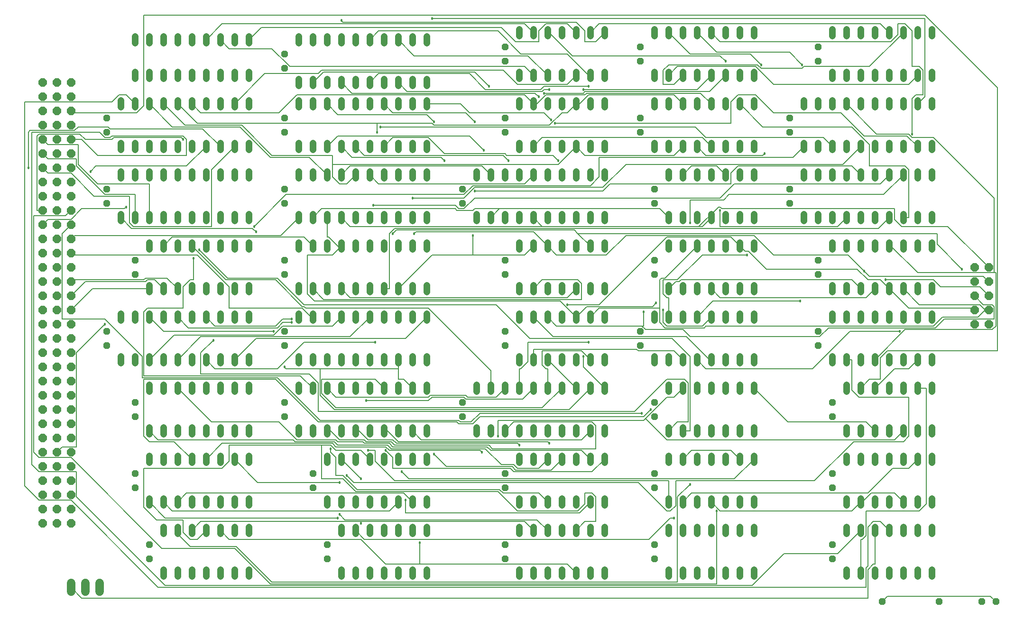
<source format=gbr>
G04 EAGLE Gerber RS-274X export*
G75*
%MOMM*%
%FSLAX34Y34*%
%LPD*%
%INBottom Copper*%
%IPPOS*%
%AMOC8*
5,1,8,0,0,1.08239X$1,22.5*%
G01*
%ADD10C,1.219200*%
%ADD11P,1.319650X8X112.500000*%
%ADD12P,1.649562X8X292.500000*%
%ADD13P,1.649562X8X202.500000*%
%ADD14P,1.319650X8X202.500000*%
%ADD15P,1.319650X8X22.500000*%
%ADD16C,1.524000*%
%ADD17C,0.127000*%
%ADD18C,0.457200*%


D10*
X1168400Y717804D02*
X1168400Y729996D01*
X1193800Y729996D02*
X1193800Y717804D01*
X1320800Y717804D02*
X1320800Y729996D01*
X1320800Y794004D02*
X1320800Y806196D01*
X1219200Y729996D02*
X1219200Y717804D01*
X1244600Y717804D02*
X1244600Y729996D01*
X1295400Y729996D02*
X1295400Y717804D01*
X1270000Y717804D02*
X1270000Y729996D01*
X1295400Y794004D02*
X1295400Y806196D01*
X1270000Y806196D02*
X1270000Y794004D01*
X1244600Y794004D02*
X1244600Y806196D01*
X1219200Y806196D02*
X1219200Y794004D01*
X1193800Y794004D02*
X1193800Y806196D01*
X1168400Y806196D02*
X1168400Y794004D01*
X1168400Y602996D02*
X1168400Y590804D01*
X1193800Y590804D02*
X1193800Y602996D01*
X1320800Y602996D02*
X1320800Y590804D01*
X1320800Y667004D02*
X1320800Y679196D01*
X1219200Y602996D02*
X1219200Y590804D01*
X1244600Y590804D02*
X1244600Y602996D01*
X1295400Y602996D02*
X1295400Y590804D01*
X1270000Y590804D02*
X1270000Y602996D01*
X1295400Y667004D02*
X1295400Y679196D01*
X1270000Y679196D02*
X1270000Y667004D01*
X1244600Y667004D02*
X1244600Y679196D01*
X1219200Y679196D02*
X1219200Y667004D01*
X1193800Y667004D02*
X1193800Y679196D01*
X1168400Y679196D02*
X1168400Y667004D01*
X1409700Y717804D02*
X1409700Y729996D01*
X1435100Y729996D02*
X1435100Y717804D01*
X1562100Y717804D02*
X1562100Y729996D01*
X1587500Y729996D02*
X1587500Y717804D01*
X1460500Y717804D02*
X1460500Y729996D01*
X1485900Y729996D02*
X1485900Y717804D01*
X1536700Y717804D02*
X1536700Y729996D01*
X1511300Y729996D02*
X1511300Y717804D01*
X1612900Y717804D02*
X1612900Y729996D01*
X1638300Y729996D02*
X1638300Y717804D01*
X1638300Y794004D02*
X1638300Y806196D01*
X1612900Y806196D02*
X1612900Y794004D01*
X1587500Y794004D02*
X1587500Y806196D01*
X1562100Y806196D02*
X1562100Y794004D01*
X1536700Y794004D02*
X1536700Y806196D01*
X1511300Y806196D02*
X1511300Y794004D01*
X1485900Y794004D02*
X1485900Y806196D01*
X1460500Y806196D02*
X1460500Y794004D01*
X1435100Y794004D02*
X1435100Y806196D01*
X1409700Y806196D02*
X1409700Y794004D01*
X241300Y602996D02*
X241300Y590804D01*
X266700Y590804D02*
X266700Y602996D01*
X393700Y602996D02*
X393700Y590804D01*
X419100Y590804D02*
X419100Y602996D01*
X292100Y602996D02*
X292100Y590804D01*
X317500Y590804D02*
X317500Y602996D01*
X368300Y602996D02*
X368300Y590804D01*
X342900Y590804D02*
X342900Y602996D01*
X419100Y667004D02*
X419100Y679196D01*
X393700Y679196D02*
X393700Y667004D01*
X368300Y667004D02*
X368300Y679196D01*
X342900Y679196D02*
X342900Y667004D01*
X317500Y667004D02*
X317500Y679196D01*
X292100Y679196D02*
X292100Y667004D01*
X266700Y667004D02*
X266700Y679196D01*
X241300Y679196D02*
X241300Y667004D01*
X266700Y94996D02*
X266700Y82804D01*
X292100Y82804D02*
X292100Y94996D01*
X419100Y94996D02*
X419100Y82804D01*
X419100Y159004D02*
X419100Y171196D01*
X317500Y94996D02*
X317500Y82804D01*
X342900Y82804D02*
X342900Y94996D01*
X393700Y94996D02*
X393700Y82804D01*
X368300Y82804D02*
X368300Y94996D01*
X393700Y159004D02*
X393700Y171196D01*
X368300Y171196D02*
X368300Y159004D01*
X342900Y159004D02*
X342900Y171196D01*
X317500Y171196D02*
X317500Y159004D01*
X292100Y159004D02*
X292100Y171196D01*
X266700Y171196D02*
X266700Y159004D01*
X190500Y463804D02*
X190500Y475996D01*
X215900Y475996D02*
X215900Y463804D01*
X342900Y463804D02*
X342900Y475996D01*
X368300Y475996D02*
X368300Y463804D01*
X241300Y463804D02*
X241300Y475996D01*
X266700Y475996D02*
X266700Y463804D01*
X317500Y463804D02*
X317500Y475996D01*
X292100Y475996D02*
X292100Y463804D01*
X393700Y463804D02*
X393700Y475996D01*
X419100Y475996D02*
X419100Y463804D01*
X419100Y540004D02*
X419100Y552196D01*
X393700Y552196D02*
X393700Y540004D01*
X368300Y540004D02*
X368300Y552196D01*
X342900Y552196D02*
X342900Y540004D01*
X317500Y540004D02*
X317500Y552196D01*
X292100Y552196D02*
X292100Y540004D01*
X266700Y540004D02*
X266700Y552196D01*
X241300Y552196D02*
X241300Y540004D01*
X215900Y540004D02*
X215900Y552196D01*
X190500Y552196D02*
X190500Y540004D01*
X508000Y475996D02*
X508000Y463804D01*
X533400Y463804D02*
X533400Y475996D01*
X660400Y475996D02*
X660400Y463804D01*
X685800Y463804D02*
X685800Y475996D01*
X558800Y475996D02*
X558800Y463804D01*
X584200Y463804D02*
X584200Y475996D01*
X635000Y475996D02*
X635000Y463804D01*
X609600Y463804D02*
X609600Y475996D01*
X711200Y475996D02*
X711200Y463804D01*
X736600Y463804D02*
X736600Y475996D01*
X736600Y540004D02*
X736600Y552196D01*
X711200Y552196D02*
X711200Y540004D01*
X685800Y540004D02*
X685800Y552196D01*
X660400Y552196D02*
X660400Y540004D01*
X635000Y540004D02*
X635000Y552196D01*
X609600Y552196D02*
X609600Y540004D01*
X584200Y540004D02*
X584200Y552196D01*
X558800Y552196D02*
X558800Y540004D01*
X533400Y540004D02*
X533400Y552196D01*
X508000Y552196D02*
X508000Y540004D01*
X508000Y844804D02*
X508000Y856996D01*
X533400Y856996D02*
X533400Y844804D01*
X660400Y844804D02*
X660400Y856996D01*
X685800Y856996D02*
X685800Y844804D01*
X558800Y844804D02*
X558800Y856996D01*
X584200Y856996D02*
X584200Y844804D01*
X635000Y844804D02*
X635000Y856996D01*
X609600Y856996D02*
X609600Y844804D01*
X711200Y844804D02*
X711200Y856996D01*
X736600Y856996D02*
X736600Y844804D01*
X736600Y921004D02*
X736600Y933196D01*
X711200Y933196D02*
X711200Y921004D01*
X685800Y921004D02*
X685800Y933196D01*
X660400Y933196D02*
X660400Y921004D01*
X635000Y921004D02*
X635000Y933196D01*
X609600Y933196D02*
X609600Y921004D01*
X584200Y921004D02*
X584200Y933196D01*
X558800Y933196D02*
X558800Y921004D01*
X533400Y921004D02*
X533400Y933196D01*
X508000Y933196D02*
X508000Y921004D01*
X825500Y729996D02*
X825500Y717804D01*
X850900Y717804D02*
X850900Y729996D01*
X977900Y729996D02*
X977900Y717804D01*
X1003300Y717804D02*
X1003300Y729996D01*
X876300Y729996D02*
X876300Y717804D01*
X901700Y717804D02*
X901700Y729996D01*
X952500Y729996D02*
X952500Y717804D01*
X927100Y717804D02*
X927100Y729996D01*
X1028700Y729996D02*
X1028700Y717804D01*
X1054100Y717804D02*
X1054100Y729996D01*
X1054100Y794004D02*
X1054100Y806196D01*
X1028700Y806196D02*
X1028700Y794004D01*
X1003300Y794004D02*
X1003300Y806196D01*
X977900Y806196D02*
X977900Y794004D01*
X952500Y794004D02*
X952500Y806196D01*
X927100Y806196D02*
X927100Y794004D01*
X901700Y794004D02*
X901700Y806196D01*
X876300Y806196D02*
X876300Y794004D01*
X850900Y794004D02*
X850900Y806196D01*
X825500Y806196D02*
X825500Y794004D01*
X508000Y602996D02*
X508000Y590804D01*
X533400Y590804D02*
X533400Y602996D01*
X660400Y602996D02*
X660400Y590804D01*
X685800Y590804D02*
X685800Y602996D01*
X558800Y602996D02*
X558800Y590804D01*
X584200Y590804D02*
X584200Y602996D01*
X635000Y602996D02*
X635000Y590804D01*
X609600Y590804D02*
X609600Y602996D01*
X711200Y602996D02*
X711200Y590804D01*
X736600Y590804D02*
X736600Y602996D01*
X736600Y667004D02*
X736600Y679196D01*
X711200Y679196D02*
X711200Y667004D01*
X685800Y667004D02*
X685800Y679196D01*
X660400Y679196D02*
X660400Y667004D01*
X635000Y667004D02*
X635000Y679196D01*
X609600Y679196D02*
X609600Y667004D01*
X584200Y667004D02*
X584200Y679196D01*
X558800Y679196D02*
X558800Y667004D01*
X533400Y667004D02*
X533400Y679196D01*
X508000Y679196D02*
X508000Y667004D01*
X508000Y717804D02*
X508000Y729996D01*
X533400Y729996D02*
X533400Y717804D01*
X660400Y717804D02*
X660400Y729996D01*
X685800Y729996D02*
X685800Y717804D01*
X558800Y717804D02*
X558800Y729996D01*
X584200Y729996D02*
X584200Y717804D01*
X635000Y717804D02*
X635000Y729996D01*
X609600Y729996D02*
X609600Y717804D01*
X711200Y717804D02*
X711200Y729996D01*
X736600Y729996D02*
X736600Y717804D01*
X736600Y794004D02*
X736600Y806196D01*
X711200Y806196D02*
X711200Y794004D01*
X685800Y794004D02*
X685800Y806196D01*
X660400Y806196D02*
X660400Y794004D01*
X635000Y794004D02*
X635000Y806196D01*
X609600Y806196D02*
X609600Y794004D01*
X584200Y794004D02*
X584200Y806196D01*
X558800Y806196D02*
X558800Y794004D01*
X533400Y794004D02*
X533400Y806196D01*
X508000Y806196D02*
X508000Y794004D01*
X241300Y348996D02*
X241300Y336804D01*
X266700Y336804D02*
X266700Y348996D01*
X393700Y348996D02*
X393700Y336804D01*
X419100Y336804D02*
X419100Y348996D01*
X292100Y348996D02*
X292100Y336804D01*
X317500Y336804D02*
X317500Y348996D01*
X368300Y348996D02*
X368300Y336804D01*
X342900Y336804D02*
X342900Y348996D01*
X419100Y413004D02*
X419100Y425196D01*
X393700Y425196D02*
X393700Y413004D01*
X368300Y413004D02*
X368300Y425196D01*
X342900Y425196D02*
X342900Y413004D01*
X317500Y413004D02*
X317500Y425196D01*
X292100Y425196D02*
X292100Y413004D01*
X266700Y413004D02*
X266700Y425196D01*
X241300Y425196D02*
X241300Y413004D01*
X558800Y221996D02*
X558800Y209804D01*
X584200Y209804D02*
X584200Y221996D01*
X711200Y221996D02*
X711200Y209804D01*
X736600Y209804D02*
X736600Y221996D01*
X609600Y221996D02*
X609600Y209804D01*
X635000Y209804D02*
X635000Y221996D01*
X685800Y221996D02*
X685800Y209804D01*
X660400Y209804D02*
X660400Y221996D01*
X736600Y286004D02*
X736600Y298196D01*
X711200Y298196D02*
X711200Y286004D01*
X685800Y286004D02*
X685800Y298196D01*
X660400Y298196D02*
X660400Y286004D01*
X635000Y286004D02*
X635000Y298196D01*
X609600Y298196D02*
X609600Y286004D01*
X584200Y286004D02*
X584200Y298196D01*
X558800Y298196D02*
X558800Y286004D01*
X1168400Y221996D02*
X1168400Y209804D01*
X1193800Y209804D02*
X1193800Y221996D01*
X1320800Y221996D02*
X1320800Y209804D01*
X1320800Y286004D02*
X1320800Y298196D01*
X1219200Y221996D02*
X1219200Y209804D01*
X1244600Y209804D02*
X1244600Y221996D01*
X1295400Y221996D02*
X1295400Y209804D01*
X1270000Y209804D02*
X1270000Y221996D01*
X1295400Y286004D02*
X1295400Y298196D01*
X1270000Y298196D02*
X1270000Y286004D01*
X1244600Y286004D02*
X1244600Y298196D01*
X1219200Y298196D02*
X1219200Y286004D01*
X1193800Y286004D02*
X1193800Y298196D01*
X1168400Y298196D02*
X1168400Y286004D01*
X1485900Y94996D02*
X1485900Y82804D01*
X1511300Y82804D02*
X1511300Y94996D01*
X1638300Y94996D02*
X1638300Y82804D01*
X1638300Y159004D02*
X1638300Y171196D01*
X1536700Y94996D02*
X1536700Y82804D01*
X1562100Y82804D02*
X1562100Y94996D01*
X1612900Y94996D02*
X1612900Y82804D01*
X1587500Y82804D02*
X1587500Y94996D01*
X1612900Y159004D02*
X1612900Y171196D01*
X1587500Y171196D02*
X1587500Y159004D01*
X1562100Y159004D02*
X1562100Y171196D01*
X1536700Y171196D02*
X1536700Y159004D01*
X1511300Y159004D02*
X1511300Y171196D01*
X1485900Y171196D02*
X1485900Y159004D01*
X241300Y209804D02*
X241300Y221996D01*
X266700Y221996D02*
X266700Y209804D01*
X393700Y209804D02*
X393700Y221996D01*
X419100Y221996D02*
X419100Y209804D01*
X292100Y209804D02*
X292100Y221996D01*
X317500Y221996D02*
X317500Y209804D01*
X368300Y209804D02*
X368300Y221996D01*
X342900Y221996D02*
X342900Y209804D01*
X419100Y286004D02*
X419100Y298196D01*
X393700Y298196D02*
X393700Y286004D01*
X368300Y286004D02*
X368300Y298196D01*
X342900Y298196D02*
X342900Y286004D01*
X317500Y286004D02*
X317500Y298196D01*
X292100Y298196D02*
X292100Y286004D01*
X266700Y286004D02*
X266700Y298196D01*
X241300Y298196D02*
X241300Y286004D01*
X584200Y94996D02*
X584200Y82804D01*
X609600Y82804D02*
X609600Y94996D01*
X736600Y94996D02*
X736600Y82804D01*
X736600Y159004D02*
X736600Y171196D01*
X635000Y94996D02*
X635000Y82804D01*
X660400Y82804D02*
X660400Y94996D01*
X711200Y94996D02*
X711200Y82804D01*
X685800Y82804D02*
X685800Y94996D01*
X711200Y159004D02*
X711200Y171196D01*
X685800Y171196D02*
X685800Y159004D01*
X660400Y159004D02*
X660400Y171196D01*
X635000Y171196D02*
X635000Y159004D01*
X609600Y159004D02*
X609600Y171196D01*
X584200Y171196D02*
X584200Y159004D01*
X215900Y971804D02*
X215900Y983996D01*
X241300Y983996D02*
X241300Y971804D01*
X266700Y971804D02*
X266700Y983996D01*
X292100Y983996D02*
X292100Y971804D01*
X317500Y971804D02*
X317500Y983996D01*
X342900Y983996D02*
X342900Y971804D01*
X368300Y971804D02*
X368300Y983996D01*
X393700Y983996D02*
X393700Y971804D01*
X419100Y971804D02*
X419100Y983996D01*
X215900Y1035304D02*
X215900Y1047496D01*
X241300Y1047496D02*
X241300Y1035304D01*
X266700Y1035304D02*
X266700Y1047496D01*
X292100Y1047496D02*
X292100Y1035304D01*
X317500Y1035304D02*
X317500Y1047496D01*
X342900Y1047496D02*
X342900Y1035304D01*
X368300Y1035304D02*
X368300Y1047496D01*
X393700Y1047496D02*
X393700Y1035304D01*
X419100Y1035304D02*
X419100Y1047496D01*
X190500Y856996D02*
X190500Y844804D01*
X215900Y844804D02*
X215900Y856996D01*
X342900Y856996D02*
X342900Y844804D01*
X368300Y844804D02*
X368300Y856996D01*
X241300Y856996D02*
X241300Y844804D01*
X266700Y844804D02*
X266700Y856996D01*
X317500Y856996D02*
X317500Y844804D01*
X292100Y844804D02*
X292100Y856996D01*
X393700Y856996D02*
X393700Y844804D01*
X419100Y844804D02*
X419100Y856996D01*
X419100Y921004D02*
X419100Y933196D01*
X393700Y933196D02*
X393700Y921004D01*
X368300Y921004D02*
X368300Y933196D01*
X342900Y933196D02*
X342900Y921004D01*
X317500Y921004D02*
X317500Y933196D01*
X292100Y933196D02*
X292100Y921004D01*
X266700Y921004D02*
X266700Y933196D01*
X241300Y933196D02*
X241300Y921004D01*
X215900Y921004D02*
X215900Y933196D01*
X190500Y933196D02*
X190500Y921004D01*
X190500Y729996D02*
X190500Y717804D01*
X215900Y717804D02*
X215900Y729996D01*
X342900Y729996D02*
X342900Y717804D01*
X368300Y717804D02*
X368300Y729996D01*
X241300Y729996D02*
X241300Y717804D01*
X266700Y717804D02*
X266700Y729996D01*
X317500Y729996D02*
X317500Y717804D01*
X292100Y717804D02*
X292100Y729996D01*
X393700Y729996D02*
X393700Y717804D01*
X419100Y717804D02*
X419100Y729996D01*
X419100Y794004D02*
X419100Y806196D01*
X393700Y806196D02*
X393700Y794004D01*
X368300Y794004D02*
X368300Y806196D01*
X342900Y806196D02*
X342900Y794004D01*
X317500Y794004D02*
X317500Y806196D01*
X292100Y806196D02*
X292100Y794004D01*
X266700Y794004D02*
X266700Y806196D01*
X241300Y806196D02*
X241300Y794004D01*
X215900Y794004D02*
X215900Y806196D01*
X190500Y806196D02*
X190500Y794004D01*
X1143000Y844804D02*
X1143000Y856996D01*
X1168400Y856996D02*
X1168400Y844804D01*
X1295400Y844804D02*
X1295400Y856996D01*
X1320800Y856996D02*
X1320800Y844804D01*
X1193800Y844804D02*
X1193800Y856996D01*
X1219200Y856996D02*
X1219200Y844804D01*
X1270000Y844804D02*
X1270000Y856996D01*
X1244600Y856996D02*
X1244600Y844804D01*
X1320800Y921004D02*
X1320800Y933196D01*
X1295400Y933196D02*
X1295400Y921004D01*
X1270000Y921004D02*
X1270000Y933196D01*
X1244600Y933196D02*
X1244600Y921004D01*
X1219200Y921004D02*
X1219200Y933196D01*
X1193800Y933196D02*
X1193800Y921004D01*
X1168400Y921004D02*
X1168400Y933196D01*
X1143000Y933196D02*
X1143000Y921004D01*
X1143000Y475996D02*
X1143000Y463804D01*
X1168400Y463804D02*
X1168400Y475996D01*
X1295400Y475996D02*
X1295400Y463804D01*
X1320800Y463804D02*
X1320800Y475996D01*
X1193800Y475996D02*
X1193800Y463804D01*
X1219200Y463804D02*
X1219200Y475996D01*
X1270000Y475996D02*
X1270000Y463804D01*
X1244600Y463804D02*
X1244600Y475996D01*
X1320800Y540004D02*
X1320800Y552196D01*
X1295400Y552196D02*
X1295400Y540004D01*
X1270000Y540004D02*
X1270000Y552196D01*
X1244600Y552196D02*
X1244600Y540004D01*
X1219200Y540004D02*
X1219200Y552196D01*
X1193800Y552196D02*
X1193800Y540004D01*
X1168400Y540004D02*
X1168400Y552196D01*
X1143000Y552196D02*
X1143000Y540004D01*
X1143000Y971804D02*
X1143000Y983996D01*
X1168400Y983996D02*
X1168400Y971804D01*
X1295400Y971804D02*
X1295400Y983996D01*
X1320800Y983996D02*
X1320800Y971804D01*
X1193800Y971804D02*
X1193800Y983996D01*
X1219200Y983996D02*
X1219200Y971804D01*
X1270000Y971804D02*
X1270000Y983996D01*
X1244600Y983996D02*
X1244600Y971804D01*
X1320800Y1048004D02*
X1320800Y1060196D01*
X1295400Y1060196D02*
X1295400Y1048004D01*
X1270000Y1048004D02*
X1270000Y1060196D01*
X1244600Y1060196D02*
X1244600Y1048004D01*
X1219200Y1048004D02*
X1219200Y1060196D01*
X1193800Y1060196D02*
X1193800Y1048004D01*
X1168400Y1048004D02*
X1168400Y1060196D01*
X1143000Y1060196D02*
X1143000Y1048004D01*
X1460500Y602996D02*
X1460500Y590804D01*
X1485900Y590804D02*
X1485900Y602996D01*
X1612900Y602996D02*
X1612900Y590804D01*
X1638300Y590804D02*
X1638300Y602996D01*
X1511300Y602996D02*
X1511300Y590804D01*
X1536700Y590804D02*
X1536700Y602996D01*
X1587500Y602996D02*
X1587500Y590804D01*
X1562100Y590804D02*
X1562100Y602996D01*
X1638300Y667004D02*
X1638300Y679196D01*
X1612900Y679196D02*
X1612900Y667004D01*
X1587500Y667004D02*
X1587500Y679196D01*
X1562100Y679196D02*
X1562100Y667004D01*
X1536700Y667004D02*
X1536700Y679196D01*
X1511300Y679196D02*
X1511300Y667004D01*
X1485900Y667004D02*
X1485900Y679196D01*
X1460500Y679196D02*
X1460500Y667004D01*
X1409700Y844804D02*
X1409700Y856996D01*
X1435100Y856996D02*
X1435100Y844804D01*
X1562100Y844804D02*
X1562100Y856996D01*
X1587500Y856996D02*
X1587500Y844804D01*
X1460500Y844804D02*
X1460500Y856996D01*
X1485900Y856996D02*
X1485900Y844804D01*
X1536700Y844804D02*
X1536700Y856996D01*
X1511300Y856996D02*
X1511300Y844804D01*
X1612900Y844804D02*
X1612900Y856996D01*
X1638300Y856996D02*
X1638300Y844804D01*
X1638300Y921004D02*
X1638300Y933196D01*
X1612900Y933196D02*
X1612900Y921004D01*
X1587500Y921004D02*
X1587500Y933196D01*
X1562100Y933196D02*
X1562100Y921004D01*
X1536700Y921004D02*
X1536700Y933196D01*
X1511300Y933196D02*
X1511300Y921004D01*
X1485900Y921004D02*
X1485900Y933196D01*
X1460500Y933196D02*
X1460500Y921004D01*
X1435100Y921004D02*
X1435100Y933196D01*
X1409700Y933196D02*
X1409700Y921004D01*
X1460500Y971804D02*
X1460500Y983996D01*
X1485900Y983996D02*
X1485900Y971804D01*
X1612900Y971804D02*
X1612900Y983996D01*
X1638300Y983996D02*
X1638300Y971804D01*
X1511300Y971804D02*
X1511300Y983996D01*
X1536700Y983996D02*
X1536700Y971804D01*
X1587500Y971804D02*
X1587500Y983996D01*
X1562100Y983996D02*
X1562100Y971804D01*
X1638300Y1048004D02*
X1638300Y1060196D01*
X1612900Y1060196D02*
X1612900Y1048004D01*
X1587500Y1048004D02*
X1587500Y1060196D01*
X1562100Y1060196D02*
X1562100Y1048004D01*
X1536700Y1048004D02*
X1536700Y1060196D01*
X1511300Y1060196D02*
X1511300Y1048004D01*
X1485900Y1048004D02*
X1485900Y1060196D01*
X1460500Y1060196D02*
X1460500Y1048004D01*
D11*
X876300Y495300D03*
X876300Y520700D03*
X1143000Y114300D03*
X1143000Y139700D03*
X215900Y622300D03*
X215900Y647700D03*
X1384300Y876300D03*
X1384300Y901700D03*
X1117600Y495300D03*
X1117600Y520700D03*
X1143000Y368300D03*
X1143000Y393700D03*
X241300Y114300D03*
X241300Y139700D03*
X482600Y495300D03*
X482600Y520700D03*
X215900Y241300D03*
X215900Y266700D03*
X1117600Y876300D03*
X1117600Y901700D03*
X800100Y749300D03*
X800100Y774700D03*
X1460500Y368300D03*
X1460500Y393700D03*
X1435100Y1003300D03*
X1435100Y1028700D03*
X1117600Y1003300D03*
X1117600Y1028700D03*
X1460500Y241300D03*
X1460500Y266700D03*
X482600Y368300D03*
X482600Y393700D03*
X215900Y368300D03*
X215900Y393700D03*
X482600Y876300D03*
X482600Y901700D03*
X876300Y1003300D03*
X876300Y1028700D03*
X1143000Y241300D03*
X1143000Y266700D03*
X876300Y876300D03*
X876300Y901700D03*
X1460500Y114300D03*
X1460500Y139700D03*
X533400Y241300D03*
X533400Y266700D03*
X165100Y749300D03*
X165100Y774700D03*
X165100Y876300D03*
X165100Y901700D03*
X1384300Y749300D03*
X1384300Y774700D03*
X1435100Y622300D03*
X1435100Y647700D03*
X1143000Y749300D03*
X1143000Y774700D03*
X1143000Y622300D03*
X1143000Y647700D03*
X1435100Y495300D03*
X1435100Y520700D03*
X876300Y241300D03*
X876300Y266700D03*
X876300Y114300D03*
X876300Y139700D03*
X558800Y114300D03*
X558800Y139700D03*
X482600Y990600D03*
X482600Y1016000D03*
X876300Y622300D03*
X876300Y647700D03*
X165100Y495300D03*
X165100Y520700D03*
X800100Y368300D03*
X800100Y393700D03*
D10*
X901700Y221996D02*
X901700Y209804D01*
X927100Y209804D02*
X927100Y221996D01*
X1054100Y221996D02*
X1054100Y209804D01*
X1054100Y286004D02*
X1054100Y298196D01*
X952500Y221996D02*
X952500Y209804D01*
X977900Y209804D02*
X977900Y221996D01*
X1028700Y221996D02*
X1028700Y209804D01*
X1003300Y209804D02*
X1003300Y221996D01*
X1028700Y286004D02*
X1028700Y298196D01*
X1003300Y298196D02*
X1003300Y286004D01*
X977900Y286004D02*
X977900Y298196D01*
X952500Y298196D02*
X952500Y286004D01*
X927100Y286004D02*
X927100Y298196D01*
X901700Y298196D02*
X901700Y286004D01*
X901700Y94996D02*
X901700Y82804D01*
X927100Y82804D02*
X927100Y94996D01*
X1054100Y94996D02*
X1054100Y82804D01*
X1054100Y159004D02*
X1054100Y171196D01*
X952500Y94996D02*
X952500Y82804D01*
X977900Y82804D02*
X977900Y94996D01*
X1028700Y94996D02*
X1028700Y82804D01*
X1003300Y82804D02*
X1003300Y94996D01*
X1028700Y159004D02*
X1028700Y171196D01*
X1003300Y171196D02*
X1003300Y159004D01*
X977900Y159004D02*
X977900Y171196D01*
X952500Y171196D02*
X952500Y159004D01*
X927100Y159004D02*
X927100Y171196D01*
X901700Y171196D02*
X901700Y159004D01*
X901700Y844804D02*
X901700Y856996D01*
X927100Y856996D02*
X927100Y844804D01*
X1054100Y844804D02*
X1054100Y856996D01*
X1054100Y921004D02*
X1054100Y933196D01*
X952500Y856996D02*
X952500Y844804D01*
X977900Y844804D02*
X977900Y856996D01*
X1028700Y856996D02*
X1028700Y844804D01*
X1003300Y844804D02*
X1003300Y856996D01*
X1028700Y921004D02*
X1028700Y933196D01*
X1003300Y933196D02*
X1003300Y921004D01*
X977900Y921004D02*
X977900Y933196D01*
X952500Y933196D02*
X952500Y921004D01*
X927100Y921004D02*
X927100Y933196D01*
X901700Y933196D02*
X901700Y921004D01*
X508000Y348996D02*
X508000Y336804D01*
X533400Y336804D02*
X533400Y348996D01*
X660400Y348996D02*
X660400Y336804D01*
X685800Y336804D02*
X685800Y348996D01*
X558800Y348996D02*
X558800Y336804D01*
X584200Y336804D02*
X584200Y348996D01*
X635000Y348996D02*
X635000Y336804D01*
X609600Y336804D02*
X609600Y348996D01*
X711200Y348996D02*
X711200Y336804D01*
X736600Y336804D02*
X736600Y348996D01*
X736600Y413004D02*
X736600Y425196D01*
X711200Y425196D02*
X711200Y413004D01*
X685800Y413004D02*
X685800Y425196D01*
X660400Y425196D02*
X660400Y413004D01*
X635000Y413004D02*
X635000Y425196D01*
X609600Y425196D02*
X609600Y413004D01*
X584200Y413004D02*
X584200Y425196D01*
X558800Y425196D02*
X558800Y413004D01*
X533400Y413004D02*
X533400Y425196D01*
X508000Y425196D02*
X508000Y413004D01*
X825500Y348996D02*
X825500Y336804D01*
X850900Y336804D02*
X850900Y348996D01*
X977900Y348996D02*
X977900Y336804D01*
X1003300Y336804D02*
X1003300Y348996D01*
X876300Y348996D02*
X876300Y336804D01*
X901700Y336804D02*
X901700Y348996D01*
X952500Y348996D02*
X952500Y336804D01*
X927100Y336804D02*
X927100Y348996D01*
X1028700Y348996D02*
X1028700Y336804D01*
X1054100Y336804D02*
X1054100Y348996D01*
X1054100Y413004D02*
X1054100Y425196D01*
X1028700Y425196D02*
X1028700Y413004D01*
X1003300Y413004D02*
X1003300Y425196D01*
X977900Y425196D02*
X977900Y413004D01*
X952500Y413004D02*
X952500Y425196D01*
X927100Y425196D02*
X927100Y413004D01*
X901700Y413004D02*
X901700Y425196D01*
X876300Y425196D02*
X876300Y413004D01*
X850900Y413004D02*
X850900Y425196D01*
X825500Y425196D02*
X825500Y413004D01*
X508000Y959104D02*
X508000Y971296D01*
X533400Y971296D02*
X533400Y959104D01*
X660400Y959104D02*
X660400Y971296D01*
X685800Y971296D02*
X685800Y959104D01*
X558800Y959104D02*
X558800Y971296D01*
X584200Y971296D02*
X584200Y959104D01*
X635000Y959104D02*
X635000Y971296D01*
X609600Y971296D02*
X609600Y959104D01*
X711200Y959104D02*
X711200Y971296D01*
X736600Y971296D02*
X736600Y959104D01*
X736600Y1035304D02*
X736600Y1047496D01*
X711200Y1047496D02*
X711200Y1035304D01*
X685800Y1035304D02*
X685800Y1047496D01*
X660400Y1047496D02*
X660400Y1035304D01*
X635000Y1035304D02*
X635000Y1047496D01*
X609600Y1047496D02*
X609600Y1035304D01*
X584200Y1035304D02*
X584200Y1047496D01*
X558800Y1047496D02*
X558800Y1035304D01*
X533400Y1035304D02*
X533400Y1047496D01*
X508000Y1047496D02*
X508000Y1035304D01*
X901700Y602996D02*
X901700Y590804D01*
X927100Y590804D02*
X927100Y602996D01*
X1054100Y602996D02*
X1054100Y590804D01*
X1054100Y667004D02*
X1054100Y679196D01*
X952500Y602996D02*
X952500Y590804D01*
X977900Y590804D02*
X977900Y602996D01*
X1028700Y602996D02*
X1028700Y590804D01*
X1003300Y590804D02*
X1003300Y602996D01*
X1028700Y667004D02*
X1028700Y679196D01*
X1003300Y679196D02*
X1003300Y667004D01*
X977900Y667004D02*
X977900Y679196D01*
X952500Y679196D02*
X952500Y667004D01*
X927100Y667004D02*
X927100Y679196D01*
X901700Y679196D02*
X901700Y667004D01*
X901700Y475996D02*
X901700Y463804D01*
X927100Y463804D02*
X927100Y475996D01*
X1054100Y475996D02*
X1054100Y463804D01*
X1054100Y540004D02*
X1054100Y552196D01*
X952500Y475996D02*
X952500Y463804D01*
X977900Y463804D02*
X977900Y475996D01*
X1028700Y475996D02*
X1028700Y463804D01*
X1003300Y463804D02*
X1003300Y475996D01*
X1028700Y540004D02*
X1028700Y552196D01*
X1003300Y552196D02*
X1003300Y540004D01*
X977900Y540004D02*
X977900Y552196D01*
X952500Y552196D02*
X952500Y540004D01*
X927100Y540004D02*
X927100Y552196D01*
X901700Y552196D02*
X901700Y540004D01*
X901700Y971804D02*
X901700Y983996D01*
X927100Y983996D02*
X927100Y971804D01*
X1054100Y971804D02*
X1054100Y983996D01*
X1054100Y1048004D02*
X1054100Y1060196D01*
X952500Y983996D02*
X952500Y971804D01*
X977900Y971804D02*
X977900Y983996D01*
X1028700Y983996D02*
X1028700Y971804D01*
X1003300Y971804D02*
X1003300Y983996D01*
X1028700Y1048004D02*
X1028700Y1060196D01*
X1003300Y1060196D02*
X1003300Y1048004D01*
X977900Y1048004D02*
X977900Y1060196D01*
X952500Y1060196D02*
X952500Y1048004D01*
X927100Y1048004D02*
X927100Y1060196D01*
X901700Y1060196D02*
X901700Y1048004D01*
X1485900Y221996D02*
X1485900Y209804D01*
X1511300Y209804D02*
X1511300Y221996D01*
X1638300Y221996D02*
X1638300Y209804D01*
X1638300Y286004D02*
X1638300Y298196D01*
X1536700Y221996D02*
X1536700Y209804D01*
X1562100Y209804D02*
X1562100Y221996D01*
X1612900Y221996D02*
X1612900Y209804D01*
X1587500Y209804D02*
X1587500Y221996D01*
X1612900Y286004D02*
X1612900Y298196D01*
X1587500Y298196D02*
X1587500Y286004D01*
X1562100Y286004D02*
X1562100Y298196D01*
X1536700Y298196D02*
X1536700Y286004D01*
X1511300Y286004D02*
X1511300Y298196D01*
X1485900Y298196D02*
X1485900Y286004D01*
X1485900Y336804D02*
X1485900Y348996D01*
X1511300Y348996D02*
X1511300Y336804D01*
X1638300Y336804D02*
X1638300Y348996D01*
X1638300Y413004D02*
X1638300Y425196D01*
X1536700Y348996D02*
X1536700Y336804D01*
X1562100Y336804D02*
X1562100Y348996D01*
X1612900Y348996D02*
X1612900Y336804D01*
X1587500Y336804D02*
X1587500Y348996D01*
X1612900Y413004D02*
X1612900Y425196D01*
X1587500Y425196D02*
X1587500Y413004D01*
X1562100Y413004D02*
X1562100Y425196D01*
X1536700Y425196D02*
X1536700Y413004D01*
X1511300Y413004D02*
X1511300Y425196D01*
X1485900Y425196D02*
X1485900Y413004D01*
X1168400Y348996D02*
X1168400Y336804D01*
X1193800Y336804D02*
X1193800Y348996D01*
X1320800Y348996D02*
X1320800Y336804D01*
X1320800Y413004D02*
X1320800Y425196D01*
X1219200Y348996D02*
X1219200Y336804D01*
X1244600Y336804D02*
X1244600Y348996D01*
X1295400Y348996D02*
X1295400Y336804D01*
X1270000Y336804D02*
X1270000Y348996D01*
X1295400Y413004D02*
X1295400Y425196D01*
X1270000Y425196D02*
X1270000Y413004D01*
X1244600Y413004D02*
X1244600Y425196D01*
X1219200Y425196D02*
X1219200Y413004D01*
X1193800Y413004D02*
X1193800Y425196D01*
X1168400Y425196D02*
X1168400Y413004D01*
X1168400Y94996D02*
X1168400Y82804D01*
X1193800Y82804D02*
X1193800Y94996D01*
X1320800Y94996D02*
X1320800Y82804D01*
X1320800Y159004D02*
X1320800Y171196D01*
X1219200Y94996D02*
X1219200Y82804D01*
X1244600Y82804D02*
X1244600Y94996D01*
X1295400Y94996D02*
X1295400Y82804D01*
X1270000Y82804D02*
X1270000Y94996D01*
X1295400Y159004D02*
X1295400Y171196D01*
X1270000Y171196D02*
X1270000Y159004D01*
X1244600Y159004D02*
X1244600Y171196D01*
X1219200Y171196D02*
X1219200Y159004D01*
X1193800Y159004D02*
X1193800Y171196D01*
X1168400Y171196D02*
X1168400Y159004D01*
X1460500Y463804D02*
X1460500Y475996D01*
X1485900Y475996D02*
X1485900Y463804D01*
X1612900Y463804D02*
X1612900Y475996D01*
X1638300Y475996D02*
X1638300Y463804D01*
X1511300Y463804D02*
X1511300Y475996D01*
X1536700Y475996D02*
X1536700Y463804D01*
X1587500Y463804D02*
X1587500Y475996D01*
X1562100Y475996D02*
X1562100Y463804D01*
X1638300Y540004D02*
X1638300Y552196D01*
X1612900Y552196D02*
X1612900Y540004D01*
X1587500Y540004D02*
X1587500Y552196D01*
X1562100Y552196D02*
X1562100Y540004D01*
X1536700Y540004D02*
X1536700Y552196D01*
X1511300Y552196D02*
X1511300Y540004D01*
X1485900Y540004D02*
X1485900Y552196D01*
X1460500Y552196D02*
X1460500Y540004D01*
D11*
X482600Y749300D03*
X482600Y774700D03*
X482600Y622300D03*
X482600Y647700D03*
D12*
X1714500Y635000D03*
X1714500Y609600D03*
X1714500Y584200D03*
X1714500Y558800D03*
X1714500Y533400D03*
X1739900Y635000D03*
X1739900Y609600D03*
X1739900Y584200D03*
X1739900Y558800D03*
X1739900Y533400D03*
D13*
X50800Y177800D03*
X50800Y203200D03*
X50800Y228600D03*
X50800Y254000D03*
X50800Y279400D03*
X50800Y304800D03*
X50800Y330200D03*
X50800Y355600D03*
X50800Y381000D03*
X50800Y406400D03*
X50800Y431800D03*
X50800Y457200D03*
X50800Y482600D03*
X50800Y508000D03*
X50800Y533400D03*
X50800Y558800D03*
X76200Y177800D03*
X76200Y203200D03*
X76200Y228600D03*
X76200Y254000D03*
X76200Y279400D03*
X76200Y304800D03*
X76200Y330200D03*
X76200Y355600D03*
X76200Y381000D03*
X76200Y406400D03*
X76200Y431800D03*
X76200Y457200D03*
X76200Y482600D03*
X76200Y508000D03*
X76200Y533400D03*
X76200Y558800D03*
X101600Y177800D03*
X101600Y203200D03*
X101600Y228600D03*
X101600Y254000D03*
X101600Y279400D03*
X101600Y304800D03*
X101600Y330200D03*
X101600Y355600D03*
X101600Y381000D03*
X101600Y406400D03*
X101600Y431800D03*
X101600Y457200D03*
X101600Y482600D03*
X101600Y508000D03*
X101600Y533400D03*
X101600Y558800D03*
X50800Y584200D03*
X50800Y609600D03*
X50800Y635000D03*
X50800Y660400D03*
X50800Y685800D03*
X50800Y711200D03*
X50800Y736600D03*
X50800Y762000D03*
X50800Y787400D03*
X50800Y812800D03*
X50800Y838200D03*
X50800Y863600D03*
X50800Y889000D03*
X50800Y914400D03*
X50800Y939800D03*
X50800Y965200D03*
X76200Y584200D03*
X76200Y609600D03*
X76200Y635000D03*
X76200Y660400D03*
X76200Y685800D03*
X76200Y711200D03*
X76200Y736600D03*
X76200Y762000D03*
X76200Y787400D03*
X76200Y812800D03*
X76200Y838200D03*
X76200Y863600D03*
X76200Y889000D03*
X76200Y914400D03*
X76200Y939800D03*
X76200Y965200D03*
X101600Y584200D03*
X101600Y609600D03*
X101600Y635000D03*
X101600Y660400D03*
X101600Y685800D03*
X101600Y711200D03*
X101600Y736600D03*
X101600Y762000D03*
X101600Y787400D03*
X101600Y812800D03*
X101600Y838200D03*
X101600Y863600D03*
X101600Y889000D03*
X101600Y914400D03*
X101600Y939800D03*
X101600Y965200D03*
D14*
X1752600Y38100D03*
X1727200Y38100D03*
D15*
X1549400Y38100D03*
X1651000Y38100D03*
D16*
X101600Y55880D02*
X101600Y71120D01*
X127000Y71120D02*
X127000Y55880D01*
X152400Y55880D02*
X152400Y71120D01*
D17*
X266700Y520700D02*
X241300Y546100D01*
X266700Y520700D02*
X463550Y520700D01*
X860425Y403225D02*
X876300Y419100D01*
X860425Y403225D02*
X809625Y403225D01*
X806450Y406400D01*
X742950Y406400D01*
X739775Y403225D01*
X574675Y403225D01*
X558800Y419100D01*
D18*
X463550Y520700D03*
D17*
X311150Y527050D02*
X292100Y546100D01*
X311150Y527050D02*
X469900Y527050D01*
X479425Y536575D01*
X495300Y536575D01*
X908050Y400050D02*
X927100Y419100D01*
X908050Y400050D02*
X806450Y400050D01*
X803275Y403225D01*
X746125Y403225D01*
X739775Y396875D01*
X628650Y396875D01*
X1495425Y815975D02*
X1511300Y800100D01*
X1495425Y815975D02*
X1292225Y815975D01*
X1279525Y803275D01*
X1279525Y784225D01*
X1063625Y784225D01*
X1050925Y771525D01*
X822325Y771525D01*
X768350Y825500D02*
X762000Y831850D01*
X603250Y831850D01*
X584200Y850900D01*
D18*
X495300Y536575D03*
X628650Y396875D03*
X822325Y771525D03*
X768350Y825500D03*
D17*
X358775Y530225D02*
X342900Y546100D01*
X358775Y530225D02*
X466725Y530225D01*
X479425Y542925D01*
X495300Y542925D01*
X942975Y384175D02*
X977900Y419100D01*
X942975Y384175D02*
X574675Y384175D01*
X549275Y409575D01*
X549275Y434975D01*
X644525Y434975D01*
X660400Y419100D01*
X1546225Y784225D02*
X1562100Y800100D01*
X1546225Y784225D02*
X1285875Y784225D01*
X1260475Y758825D01*
X822325Y758825D01*
X803275Y739775D01*
X793750Y739775D01*
X787400Y746125D01*
X641350Y746125D01*
D18*
X495300Y542925D03*
X641350Y746125D03*
D17*
X685800Y454025D02*
X685800Y434975D01*
X685800Y454025D02*
X685800Y469900D01*
X685800Y434975D02*
X695325Y434975D01*
X711200Y419100D01*
X485775Y454025D02*
X482600Y457200D01*
X546100Y454025D02*
X685800Y454025D01*
X546100Y454025D02*
X485775Y454025D01*
X990600Y381000D02*
X1028700Y419100D01*
X990600Y381000D02*
X571500Y381000D01*
X546100Y406400D01*
X546100Y454025D01*
X1612900Y927100D02*
X1625600Y939800D01*
X1625600Y1079500D01*
X746125Y1079500D01*
D18*
X482600Y457200D03*
X746125Y1079500D03*
D17*
X1028700Y342900D02*
X1012825Y327025D01*
X727075Y327025D01*
X711200Y342900D01*
X431800Y508000D02*
X393700Y469900D01*
X431800Y508000D02*
X698500Y508000D01*
X736600Y546100D01*
X1593850Y869950D02*
X1612900Y850900D01*
X1593850Y869950D02*
X1517650Y869950D01*
X1476375Y911225D01*
X1355725Y911225D01*
X1323975Y942975D01*
X1292225Y942975D01*
X1279525Y930275D01*
X1279525Y892175D01*
X965200Y892175D01*
X958850Y898525D02*
X946150Y911225D01*
X812800Y911225D01*
X796925Y927100D01*
X736600Y927100D01*
D18*
X965200Y892175D03*
X958850Y898525D03*
D17*
X358775Y454025D02*
X342900Y469900D01*
X358775Y454025D02*
X469900Y454025D01*
X517525Y501650D01*
X644525Y501650D01*
X952500Y323850D02*
X955675Y320675D01*
X952500Y323850D02*
X685800Y323850D01*
X666750Y342900D01*
X660400Y342900D01*
X1543050Y704850D02*
X1562100Y723900D01*
X1543050Y704850D02*
X679450Y704850D01*
X669925Y695325D01*
X669925Y596900D01*
X660400Y596900D01*
D18*
X644525Y501650D03*
X955675Y320675D03*
D17*
X333375Y511175D02*
X292100Y469900D01*
X333375Y511175D02*
X600075Y511175D01*
X635000Y546100D01*
X898525Y320675D02*
X901700Y317500D01*
X898525Y320675D02*
X682625Y320675D01*
X676275Y327025D01*
X631825Y327025D01*
X615950Y342900D01*
X609600Y342900D01*
X1479550Y819150D02*
X1511300Y850900D01*
X1479550Y819150D02*
X1092200Y819150D01*
X1050925Y777875D01*
X822325Y777875D01*
X803275Y758825D01*
X711200Y758825D01*
D18*
X901700Y317500D03*
X711200Y758825D03*
D17*
X285750Y514350D02*
X241300Y469900D01*
X285750Y514350D02*
X463550Y514350D01*
X479425Y530225D01*
X568325Y530225D01*
X584200Y546100D01*
X876300Y342900D02*
X892175Y358775D01*
X1031875Y358775D01*
X1038225Y352425D01*
X1038225Y311150D01*
X854075Y311150D01*
X847725Y317500D01*
X679450Y317500D01*
X673100Y323850D01*
X628650Y323850D01*
X625475Y327025D01*
X581025Y327025D01*
X565150Y342900D01*
X558800Y342900D01*
X1444625Y866775D02*
X1460500Y850900D01*
X1444625Y866775D02*
X1235075Y866775D01*
X1216025Y885825D01*
X654050Y885825D01*
D18*
X654050Y885825D03*
D17*
X1152525Y739775D02*
X1168400Y723900D01*
X1152525Y739775D02*
X866775Y739775D01*
X850900Y723900D01*
X549275Y739775D02*
X533400Y723900D01*
X549275Y739775D02*
X787400Y739775D01*
X790575Y736600D01*
X819150Y736600D01*
X822325Y739775D01*
X866775Y739775D01*
X1527175Y993775D02*
X1587500Y1054100D01*
X1527175Y993775D02*
X1409700Y993775D01*
X1406525Y990600D01*
X1333500Y990600D01*
X1327150Y996950D01*
X1168400Y996950D01*
X1158875Y987425D01*
X1158875Y962025D01*
X1177925Y962025D01*
X1193800Y977900D01*
X927100Y723900D02*
X942975Y708025D01*
X1222375Y708025D02*
X1228725Y708025D01*
X1222375Y708025D02*
X942975Y708025D01*
X1228725Y708025D02*
X1244600Y723900D01*
X1666875Y708025D02*
X1739900Y635000D01*
X1666875Y708025D02*
X1584325Y708025D01*
X1571625Y720725D01*
X1571625Y739775D01*
X1263650Y739775D01*
X1260475Y742950D01*
X1257300Y742950D01*
X1222375Y708025D01*
X600075Y708025D02*
X584200Y723900D01*
X600075Y708025D02*
X942975Y708025D01*
X1517650Y628650D02*
X1527175Y619125D01*
X1730375Y619125D01*
X1739900Y609600D01*
X257175Y327025D02*
X241300Y342900D01*
X257175Y327025D02*
X498475Y327025D01*
X501650Y323850D01*
X571500Y323850D01*
X577850Y317500D01*
X666750Y317500D01*
X673100Y311150D01*
X841375Y311150D01*
X869950Y282575D01*
X892175Y282575D01*
X898525Y276225D01*
X936625Y276225D01*
X952500Y292100D01*
X714375Y695325D02*
X717550Y698500D01*
X927100Y698500D01*
X952500Y673100D01*
X1241425Y949325D02*
X1270000Y977900D01*
X1241425Y949325D02*
X1019175Y949325D01*
X1016000Y946150D01*
X946150Y946150D01*
X1489075Y657225D02*
X1517650Y628650D01*
X1489075Y657225D02*
X1355725Y657225D01*
X1320800Y692150D01*
X1092200Y692150D01*
X1057275Y657225D01*
X968375Y657225D01*
X952500Y673100D01*
D18*
X1517650Y628650D03*
X714375Y695325D03*
X946150Y946150D03*
D17*
X1181100Y609600D02*
X1168400Y596900D01*
X1181100Y609600D02*
X1187450Y609600D01*
X1190625Y612775D01*
X1495425Y612775D01*
X1511300Y596900D01*
X1270000Y1003300D02*
X1260475Y1012825D01*
X996950Y1012825D01*
X955675Y1054100D01*
X952500Y1054100D01*
X1714500Y584200D02*
X1730375Y568325D01*
X1746250Y568325D01*
X1749425Y565150D01*
X1749425Y542925D01*
X1660525Y542925D01*
X1644650Y527050D01*
X1454150Y527050D01*
X1438275Y511175D01*
X1206500Y511175D01*
X1193800Y523875D01*
X1127125Y523875D01*
X1120775Y530225D01*
X968375Y530225D01*
X952500Y546100D01*
X1123950Y555625D02*
X1123950Y530225D01*
X1120775Y530225D01*
D18*
X1270000Y1003300D03*
X1123950Y555625D03*
D17*
X1244600Y596900D02*
X1260475Y581025D01*
X1520825Y581025D01*
X1536700Y596900D01*
X1724025Y600075D02*
X1739900Y584200D01*
X1724025Y600075D02*
X1654175Y600075D01*
X1641475Y612775D01*
X1555750Y612775D01*
D18*
X1555750Y612775D03*
D17*
X600075Y815975D02*
X584200Y800100D01*
X600075Y815975D02*
X835025Y815975D01*
X850900Y800100D01*
X1587500Y596900D02*
X1616075Y568325D01*
X1724025Y568325D01*
X1733550Y558800D01*
X590550Y184150D02*
X581025Y193675D01*
X590550Y184150D02*
X933450Y184150D01*
X952500Y165100D01*
X1162050Y615950D02*
X1219200Y673100D01*
X1162050Y615950D02*
X1155700Y615950D01*
X1152525Y612775D01*
X1152525Y561975D01*
X1044575Y561975D01*
X1028700Y546100D01*
X1546225Y1069975D02*
X1562100Y1054100D01*
X1546225Y1069975D02*
X1044575Y1069975D01*
X1028700Y1054100D01*
X1720850Y546100D02*
X1733550Y558800D01*
X1720850Y546100D02*
X1657350Y546100D01*
X1641475Y530225D01*
X1235075Y530225D01*
X1231900Y527050D01*
X1162050Y527050D01*
X1152525Y536575D01*
X1152525Y561975D01*
X1733550Y558800D02*
X1739900Y558800D01*
D18*
X581025Y193675D03*
D17*
X1244600Y850900D02*
X1228725Y866775D01*
X942975Y866775D01*
X927100Y850900D01*
X558800Y800100D02*
X527050Y831850D01*
X457200Y831850D01*
X403225Y885825D01*
X282575Y885825D01*
X241300Y927100D01*
X927100Y596900D02*
X942975Y612775D01*
X1006475Y612775D01*
X1012825Y606425D01*
X1012825Y577850D01*
X552450Y577850D01*
X533400Y596900D01*
X1003300Y850900D02*
X1019175Y835025D01*
X1177925Y835025D01*
X1193800Y850900D01*
X600075Y581025D02*
X584200Y596900D01*
X600075Y581025D02*
X987425Y581025D01*
X1003300Y596900D01*
X609600Y800100D02*
X593725Y784225D01*
X581025Y784225D01*
X568325Y796925D01*
X568325Y819150D02*
X568325Y835025D01*
X568325Y819150D02*
X568325Y796925D01*
X568325Y835025D02*
X460375Y835025D01*
X406400Y889000D01*
X304800Y889000D01*
X266700Y927100D01*
X971550Y819150D02*
X1003300Y850900D01*
X971550Y819150D02*
X568325Y819150D01*
X1177925Y942975D02*
X1193800Y927100D01*
X1177925Y942975D02*
X1025525Y942975D01*
X1009650Y927100D01*
X1003300Y927100D01*
X327025Y892175D02*
X292100Y927100D01*
X647700Y892175D02*
X746125Y892175D01*
X647700Y892175D02*
X327025Y892175D01*
X746125Y892175D02*
X749300Y889000D01*
X955675Y889000D01*
X977900Y911225D01*
X987425Y911225D01*
X1003300Y927100D01*
X647700Y892175D02*
X647700Y876300D01*
D18*
X647700Y876300D03*
D17*
X746125Y657225D02*
X685800Y596900D01*
X819150Y657225D02*
X911225Y657225D01*
X819150Y657225D02*
X746125Y657225D01*
X911225Y657225D02*
X927100Y673100D01*
X819150Y657225D02*
X819150Y692150D01*
X1225550Y946150D02*
X1244600Y927100D01*
X1225550Y946150D02*
X1022350Y946150D01*
X1019175Y942975D01*
X949325Y942975D01*
X933450Y927100D01*
X927100Y927100D01*
X333375Y911225D02*
X317500Y927100D01*
X333375Y911225D02*
X473075Y911225D01*
X504825Y942975D01*
X911225Y942975D01*
X927100Y927100D01*
D18*
X819150Y692150D03*
D17*
X927100Y546100D02*
X962025Y511175D01*
X1200150Y511175D01*
X1241425Y469900D01*
X1244600Y469900D01*
X927100Y1054100D02*
X911225Y1069975D01*
X371475Y1069975D01*
X342900Y1041400D01*
X911225Y993775D02*
X927100Y977900D01*
X911225Y993775D02*
X492125Y993775D01*
X460375Y1025525D01*
X384175Y1025525D01*
X368300Y1041400D01*
X927100Y488950D02*
X927100Y469900D01*
X927100Y488950D02*
X1111250Y488950D01*
X1114425Y485775D01*
X1177925Y485775D01*
X1193800Y469900D01*
X384175Y149225D02*
X368300Y165100D01*
X384175Y149225D02*
X619125Y149225D01*
X663575Y104775D01*
X723900Y104775D02*
X987425Y104775D01*
X723900Y104775D02*
X663575Y104775D01*
X987425Y104775D02*
X1003300Y88900D01*
X723900Y104775D02*
X723900Y142875D01*
D18*
X723900Y142875D03*
D17*
X342900Y165100D02*
X327025Y149225D01*
X314325Y149225D01*
X301625Y161925D01*
X301625Y184150D01*
X254000Y184150D01*
X231775Y206375D01*
X231775Y276225D01*
X371475Y276225D01*
X384175Y288925D01*
X384175Y317500D01*
X549275Y317500D02*
X565150Y317500D01*
X549275Y317500D02*
X384175Y317500D01*
X565150Y317500D02*
X574675Y307975D01*
X619125Y307975D01*
X635000Y292100D01*
X549275Y317500D02*
X549275Y257175D01*
X587375Y257175D01*
X609600Y234950D01*
X863600Y234950D01*
X898525Y200025D01*
X1006475Y200025D01*
X1019175Y212725D01*
X1019175Y231775D01*
X1031875Y231775D01*
X1038225Y225425D01*
X1038225Y180975D01*
X1019175Y180975D01*
X1003300Y165100D01*
X393700Y927100D02*
X447675Y981075D01*
X542925Y981075D01*
X549275Y987425D01*
X873125Y987425D01*
X898525Y962025D01*
X987425Y962025D01*
X1003300Y977900D01*
X333375Y180975D02*
X317500Y165100D01*
X619125Y180975D02*
X911225Y180975D01*
X619125Y180975D02*
X333375Y180975D01*
X911225Y180975D02*
X927100Y165100D01*
X619125Y257175D02*
X584200Y292100D01*
X619125Y180975D02*
X619125Y177800D01*
X1003300Y1054100D02*
X987425Y1069975D01*
X949325Y1069975D01*
X936625Y1057275D01*
X936625Y1038225D01*
X895350Y1038225D01*
X869950Y1063625D01*
X441325Y1063625D01*
X419100Y1041400D01*
X974725Y574675D02*
X1003300Y546100D01*
X974725Y574675D02*
X536575Y574675D01*
X523875Y587375D01*
X523875Y657225D01*
X568325Y657225D01*
X581025Y669925D01*
X1228725Y530225D02*
X1244600Y546100D01*
X1228725Y530225D02*
X1165225Y530225D01*
X1158875Y536575D01*
X1158875Y558800D01*
X1146175Y571500D02*
X1139825Y565150D01*
X1022350Y565150D01*
X1003300Y546100D01*
X558800Y688975D02*
X558800Y723900D01*
X558800Y688975D02*
X561975Y688975D01*
X581025Y669925D01*
X584200Y673100D01*
D18*
X619125Y257175D03*
X619125Y177800D03*
X1158875Y558800D03*
X1146175Y571500D03*
D17*
X1168400Y581025D02*
X1168400Y546100D01*
X1168400Y581025D02*
X1165225Y581025D01*
X1158875Y587375D01*
X1158875Y612775D01*
X1184275Y612775D01*
X1228725Y657225D01*
X1308100Y657225D01*
D18*
X1308100Y657225D03*
D17*
X1235075Y835025D02*
X1219200Y850900D01*
X1235075Y835025D02*
X1336675Y835025D01*
X1339850Y838200D01*
D18*
X1339850Y838200D03*
D17*
X1260475Y736600D02*
X1260475Y708025D01*
X1470025Y708025D01*
X1485900Y723900D01*
D18*
X1260475Y736600D03*
D17*
X1336675Y885825D02*
X1295400Y927100D01*
X1336675Y885825D02*
X1495425Y885825D01*
X1527175Y854075D01*
X1527175Y815975D01*
X1590675Y815975D01*
X1597025Y809625D01*
X1597025Y723900D01*
X1587500Y723900D01*
X1235075Y454025D02*
X1219200Y469900D01*
X1235075Y454025D02*
X1425575Y454025D01*
X1492250Y520700D01*
X1581150Y520700D01*
D18*
X1581150Y520700D03*
D17*
X1206500Y714375D02*
X1206500Y755650D01*
X1266825Y755650D01*
X1276350Y765175D01*
X1552575Y765175D01*
X1587500Y800100D01*
D18*
X1206500Y714375D03*
D17*
X1247775Y574675D02*
X1219200Y546100D01*
X1247775Y574675D02*
X1403350Y574675D01*
D18*
X1403350Y574675D03*
D17*
X381000Y615950D02*
X330200Y666750D01*
X381000Y615950D02*
X469900Y615950D01*
X517525Y568325D01*
X860425Y568325D01*
X920750Y508000D01*
X1174750Y508000D01*
X1206500Y476250D01*
X1206500Y342900D01*
X1193800Y342900D01*
D18*
X330200Y666750D03*
D17*
X962025Y835025D02*
X971550Y825500D01*
X962025Y835025D02*
X879475Y835025D01*
X876300Y838200D01*
X768350Y838200D01*
X739775Y866775D01*
X676275Y866775D01*
X660400Y850900D01*
D18*
X971550Y825500D03*
D17*
X882650Y825500D02*
X873125Y835025D01*
X625475Y835025D01*
X609600Y850900D01*
D18*
X882650Y825500D03*
D17*
X838200Y844550D02*
X812800Y869950D01*
X577850Y869950D01*
X558800Y850900D01*
D18*
X838200Y844550D03*
D17*
X352425Y358775D02*
X292100Y419100D01*
X352425Y358775D02*
X473075Y358775D01*
X504825Y327025D01*
X574675Y327025D01*
X577850Y323850D01*
X622300Y323850D01*
X625475Y320675D01*
X669925Y320675D01*
X676275Y314325D01*
X844550Y314325D01*
X850900Y307975D01*
X1012825Y307975D01*
X1028700Y292100D01*
X676275Y695325D02*
X682625Y701675D01*
X1000125Y701675D01*
X1006475Y695325D02*
X1028700Y673100D01*
X1006475Y695325D02*
X1000125Y701675D01*
X1647825Y676275D02*
X1692275Y631825D01*
X1647825Y676275D02*
X1647825Y695325D01*
X1006475Y695325D01*
X1219200Y952500D02*
X1244600Y977900D01*
X1219200Y952500D02*
X1016000Y952500D01*
D18*
X676275Y695325D03*
X1692275Y631825D03*
X1016000Y952500D03*
D17*
X1562100Y596900D02*
X1597025Y561975D01*
X1711325Y561975D01*
X1714500Y558800D01*
X1304925Y663575D02*
X1295400Y673100D01*
X1304925Y663575D02*
X1311275Y663575D01*
X1343025Y631825D01*
X1504950Y631825D01*
X1524000Y612775D01*
X1546225Y612775D01*
X1562100Y596900D01*
X650875Y784225D02*
X635000Y800100D01*
X650875Y784225D02*
X911225Y784225D01*
X927100Y800100D01*
X1279525Y688975D02*
X1295400Y673100D01*
X1279525Y688975D02*
X1165225Y688975D01*
X1044575Y568325D01*
X987425Y568325D01*
D18*
X987425Y568325D03*
D17*
X749300Y895350D02*
X736600Y908050D01*
X577850Y908050D01*
X558800Y927100D01*
D18*
X749300Y895350D03*
D17*
X806450Y911225D02*
X822325Y895350D01*
X806450Y911225D02*
X676275Y911225D01*
X660400Y927100D01*
D18*
X822325Y895350D03*
D17*
X139700Y596900D02*
X101600Y558800D01*
X139700Y596900D02*
X241300Y596900D01*
X127000Y609600D02*
X101600Y584200D01*
X127000Y609600D02*
X234950Y609600D01*
X238125Y612775D01*
X250825Y612775D01*
X266700Y596900D01*
X393700Y292100D02*
X434975Y250825D01*
X581025Y250825D01*
X593725Y263525D02*
X606425Y250825D01*
X1114425Y250825D01*
X1165225Y200025D01*
X1171575Y200025D01*
X1181100Y209550D01*
X1181100Y254000D01*
X1428750Y254000D01*
X1498600Y323850D01*
X1587500Y323850D01*
X1597025Y333375D01*
X1597025Y403225D01*
X1508125Y403225D01*
X1495425Y415925D01*
X1495425Y469900D01*
X1485900Y469900D01*
D18*
X581025Y250825D03*
X593725Y263525D03*
D17*
X104775Y612775D02*
X101600Y609600D01*
X104775Y612775D02*
X231775Y612775D01*
X234950Y615950D01*
X273050Y615950D01*
X292100Y596900D01*
X355600Y504825D02*
X333375Y482600D01*
X333375Y444500D01*
X527050Y444500D01*
X542925Y428625D01*
X542925Y377825D01*
X1108075Y377825D01*
X1165225Y434975D01*
X1196975Y434975D01*
X1203325Y428625D01*
X1203325Y358775D01*
X1184275Y358775D01*
X1168400Y342900D01*
D18*
X355600Y504825D03*
D17*
X377825Y612775D02*
X317500Y673100D01*
X377825Y612775D02*
X466725Y612775D01*
X514350Y565150D01*
X517525Y565150D01*
X520700Y561975D01*
X739775Y561975D01*
X850900Y450850D01*
X850900Y419100D01*
X320675Y612775D02*
X320675Y650875D01*
X320675Y612775D02*
X314325Y612775D01*
X301625Y600075D01*
X301625Y561975D01*
X238125Y561975D01*
X231775Y555625D01*
X231775Y441325D01*
X511175Y441325D01*
X533400Y419100D01*
D18*
X320675Y650875D03*
D17*
X282575Y688975D02*
X266700Y673100D01*
X282575Y688975D02*
X517525Y688975D01*
X533400Y673100D01*
X307975Y231775D02*
X292100Y215900D01*
X307975Y231775D02*
X695325Y231775D01*
X711200Y215900D01*
X282575Y200025D02*
X266700Y215900D01*
X282575Y200025D02*
X669925Y200025D01*
X685800Y215900D01*
X269875Y187325D02*
X241300Y215900D01*
X269875Y187325D02*
X577850Y187325D01*
D18*
X577850Y187325D03*
D17*
X609600Y165100D02*
X625475Y149225D01*
X1133475Y149225D01*
X1171575Y187325D01*
X1177925Y187325D01*
D18*
X1177925Y187325D03*
D17*
X317500Y292100D02*
X285750Y323850D01*
X241300Y323850D01*
X231775Y333375D01*
X231775Y434975D01*
X466725Y434975D01*
X542925Y358775D01*
X790575Y358775D01*
X793750Y355600D01*
X819150Y355600D01*
X831850Y368300D01*
X1123950Y368300D01*
X1136650Y381000D01*
D18*
X1136650Y381000D03*
D17*
X1193800Y800100D02*
X1209675Y815975D01*
X1254125Y815975D01*
X1270000Y800100D01*
X1244600Y215900D02*
X1260475Y200025D01*
X1495425Y200025D01*
X1511300Y215900D01*
X1571625Y231775D02*
X1587500Y215900D01*
X1571625Y231775D02*
X1530350Y231775D01*
X1514475Y215900D01*
X1511300Y215900D01*
X200025Y742950D02*
X196850Y739775D01*
X120650Y739775D01*
X101600Y720725D01*
X60325Y720725D01*
X50800Y711200D01*
D18*
X200025Y742950D03*
D17*
X301625Y863600D02*
X298450Y866775D01*
X177800Y866775D01*
X174625Y863600D01*
X127000Y863600D01*
X117475Y873125D01*
X44450Y873125D01*
X41275Y869950D01*
X41275Y736600D01*
X50800Y736600D01*
D18*
X301625Y863600D03*
D17*
X342900Y850900D02*
X307975Y815975D01*
X146050Y815975D01*
X136525Y806450D01*
D18*
X136525Y806450D03*
D17*
X336550Y882650D02*
X368300Y850900D01*
X336550Y882650D02*
X171450Y882650D01*
X168275Y885825D01*
X114300Y885825D01*
X107950Y879475D01*
X28575Y879475D01*
X25400Y876300D01*
X25400Y812800D01*
D18*
X25400Y812800D03*
D17*
X352425Y809625D02*
X393700Y850900D01*
X352425Y809625D02*
X352425Y708025D01*
X212725Y708025D01*
X206375Y714375D01*
X206375Y762000D01*
X142875Y762000D01*
X101600Y803275D01*
X60325Y803275D01*
X50800Y812800D01*
X215900Y765175D02*
X215900Y723900D01*
X215900Y765175D02*
X161925Y765175D01*
X111125Y815975D01*
X111125Y828675D01*
X60325Y828675D01*
X50800Y838200D01*
X241300Y784225D02*
X241300Y723900D01*
X241300Y784225D02*
X149225Y784225D01*
X114300Y819150D01*
X114300Y854075D01*
X60325Y854075D01*
X50800Y863600D01*
X161925Y533400D02*
X111125Y482600D01*
X111125Y314325D01*
X85725Y314325D01*
X76200Y304800D01*
D18*
X161925Y533400D03*
D17*
X1536700Y469900D02*
X1590675Y523875D01*
X1746250Y523875D01*
X1752600Y530225D01*
X1752600Y625475D01*
X1749425Y625475D02*
X1612900Y625475D01*
X1749425Y625475D02*
X1752600Y625475D01*
X1612900Y625475D02*
X1565275Y673100D01*
X1562100Y673100D01*
X1539875Y873125D02*
X1485900Y927100D01*
X1539875Y873125D02*
X1597025Y873125D01*
X1603375Y866775D01*
X1641475Y866775D01*
X1749425Y758825D01*
X1749425Y625475D01*
X1206500Y1016000D02*
X1168400Y1054100D01*
X1206500Y1016000D02*
X1314450Y1016000D01*
X1333500Y996950D01*
D18*
X1333500Y996950D03*
D17*
X1254125Y1019175D02*
X1219200Y1054100D01*
X1254125Y1019175D02*
X1384300Y1019175D01*
X1406525Y996950D01*
D18*
X1406525Y996950D03*
D17*
X1260475Y1038225D02*
X1244600Y1054100D01*
X1260475Y1038225D02*
X1565275Y1038225D01*
X1577975Y1050925D01*
X1577975Y1069975D01*
X1590675Y1069975D01*
X1603375Y1057275D01*
X1603375Y993775D01*
X1616075Y993775D01*
X1622425Y987425D01*
X1622425Y942975D01*
X1609725Y942975D01*
X1603375Y936625D01*
X1603375Y873125D01*
D18*
X1603375Y873125D03*
D17*
X485775Y765175D02*
X428625Y708025D01*
X485775Y765175D02*
X803275Y765175D01*
X819150Y781050D01*
X1028700Y781050D01*
X1044575Y796925D01*
X1044575Y831850D01*
X1390650Y831850D01*
X1409700Y850900D01*
D18*
X428625Y708025D03*
D17*
X1168400Y977900D02*
X1184275Y993775D01*
X1323975Y993775D01*
X1355725Y962025D01*
X1597025Y962025D01*
X1612900Y977900D01*
X565150Y311150D02*
X565150Y304800D01*
X574675Y295275D01*
X574675Y263525D01*
X587375Y263525D01*
X612775Y238125D01*
X866775Y238125D01*
X873125Y231775D01*
X936625Y231775D01*
X952500Y215900D01*
D18*
X565150Y311150D03*
D17*
X698500Y219075D02*
X698500Y196850D01*
X1009650Y196850D01*
X1028700Y215900D01*
D18*
X698500Y219075D03*
D17*
X676275Y295275D02*
X663575Y307975D01*
X676275Y295275D02*
X676275Y276225D01*
X885825Y276225D01*
X892175Y269875D01*
X1031875Y269875D01*
X1054100Y292100D01*
D18*
X663575Y307975D03*
D17*
X749300Y301625D02*
X771525Y279400D01*
X889000Y279400D01*
X895350Y273050D01*
X958850Y273050D01*
X977900Y292100D01*
D18*
X749300Y301625D03*
D17*
X1016000Y457200D02*
X1054100Y419100D01*
X1016000Y457200D02*
X1016000Y476250D01*
D18*
X1016000Y476250D03*
D17*
X1003300Y419100D02*
X952500Y469900D01*
X952500Y454025D02*
X952500Y419100D01*
X952500Y454025D02*
X949325Y454025D01*
X942975Y460375D01*
X942975Y485775D01*
X1012825Y485775D01*
X1028700Y469900D01*
X901700Y454025D02*
X901700Y419100D01*
X901700Y454025D02*
X904875Y454025D01*
X917575Y466725D01*
X917575Y501650D01*
X1025525Y501650D01*
D18*
X1025525Y501650D03*
D17*
X552450Y984250D02*
X533400Y965200D01*
X552450Y984250D02*
X822325Y984250D01*
X847725Y958850D01*
D18*
X847725Y958850D03*
D17*
X603250Y946150D02*
X584200Y965200D01*
X603250Y946150D02*
X930275Y946150D01*
X936625Y939800D01*
D18*
X936625Y939800D03*
D17*
X650875Y981075D02*
X635000Y965200D01*
X650875Y981075D02*
X812800Y981075D01*
X841375Y952500D01*
X939800Y952500D01*
X946150Y958850D01*
X1025525Y958850D01*
D18*
X1025525Y958850D03*
D17*
X701675Y949325D02*
X685800Y965200D01*
X701675Y949325D02*
X942975Y949325D01*
X946150Y952500D01*
X955675Y952500D01*
D18*
X955675Y952500D03*
D17*
X714375Y1012825D02*
X685800Y1041400D01*
X714375Y1012825D02*
X917575Y1012825D01*
X952500Y977900D01*
X650875Y1057275D02*
X635000Y1041400D01*
X650875Y1057275D02*
X863600Y1057275D01*
X904875Y1016000D01*
X987425Y1016000D01*
X1025525Y977900D01*
X1028700Y977900D01*
X587375Y1073150D02*
X584200Y1076325D01*
X587375Y1073150D02*
X1003300Y1073150D01*
X1019175Y1057275D01*
X1019175Y1038225D01*
X1038225Y1038225D01*
X1054100Y1054100D01*
D18*
X584200Y1076325D03*
D17*
X371475Y320675D02*
X342900Y292100D01*
X371475Y320675D02*
X568325Y320675D01*
X574675Y314325D01*
X663575Y314325D01*
X669925Y307975D01*
X831850Y307975D01*
X835025Y304800D01*
X863600Y333375D02*
X863600Y361950D01*
X1123950Y361950D01*
X1127125Y365125D02*
X1165225Y403225D01*
X1127125Y365125D02*
X1123950Y361950D01*
X1165225Y403225D02*
X1177925Y403225D01*
X1193800Y419100D01*
X1571625Y327025D02*
X1587500Y342900D01*
X1571625Y327025D02*
X1165225Y327025D01*
X1127125Y365125D01*
D18*
X835025Y304800D03*
X863600Y333375D03*
D17*
X1320800Y419100D02*
X1381125Y358775D01*
X1520825Y358775D01*
X1536700Y342900D01*
X1511300Y149225D02*
X1511300Y88900D01*
X1511300Y149225D02*
X1514475Y149225D01*
X1520825Y155575D01*
X1520825Y200025D01*
X1616075Y200025D01*
X1628775Y212725D01*
X1628775Y419100D01*
X1612900Y419100D01*
X1320800Y292100D02*
X1285875Y257175D01*
X704850Y257175D01*
X692150Y269875D01*
X431800Y698500D02*
X425450Y704850D01*
X209550Y704850D01*
X190500Y723900D01*
D18*
X692150Y269875D03*
X431800Y698500D03*
D17*
X1184275Y225425D02*
X1206500Y247650D01*
X1184275Y225425D02*
X1184275Y73025D01*
X460375Y73025D01*
X396875Y136525D01*
X314325Y136525D01*
X292100Y158750D01*
X292100Y165100D01*
D18*
X1206500Y247650D03*
D17*
X1536700Y419100D02*
X1571625Y454025D01*
X1597025Y454025D01*
X1612900Y469900D01*
X1536700Y165100D02*
X1536700Y104775D01*
X1533525Y104775D01*
X1524000Y95250D01*
X1524000Y44450D01*
X120650Y44450D01*
X101600Y63500D01*
X104775Y911225D02*
X101600Y914400D01*
X104775Y911225D02*
X219075Y911225D01*
X231775Y923925D01*
X231775Y1085850D01*
X1625600Y1085850D01*
X1755775Y955675D01*
X1755775Y485775D01*
X1558925Y485775D01*
X1546225Y473075D01*
X1546225Y434975D01*
X1527175Y434975D01*
X1511300Y419100D01*
X1511300Y165100D02*
X1470025Y123825D01*
X1374775Y123825D01*
X1317625Y66675D01*
X269875Y66675D01*
X111125Y225425D01*
X111125Y269875D01*
X44450Y269875D01*
X31750Y282575D01*
X31750Y876300D01*
X152400Y876300D01*
X161925Y866775D01*
X171450Y866775D01*
X174625Y869950D01*
X301625Y869950D01*
X307975Y863600D01*
X307975Y835025D01*
X149225Y835025D01*
X120650Y863600D01*
X101600Y863600D01*
X107950Y692150D02*
X101600Y685800D01*
X107950Y692150D02*
X476250Y692150D01*
X508000Y723900D01*
X1168400Y254000D02*
X1168400Y215900D01*
X1168400Y254000D02*
X679450Y254000D01*
X644525Y288925D01*
X644525Y307975D01*
X631825Y307975D01*
X104775Y657225D02*
X101600Y660400D01*
X104775Y657225D02*
X327025Y657225D01*
X384175Y600075D01*
X384175Y561975D01*
X514350Y561975D01*
X530225Y546100D01*
X533400Y546100D01*
D18*
X631825Y307975D03*
D17*
X1193800Y292100D02*
X1209675Y307975D01*
X1279525Y307975D01*
X1295400Y292100D01*
X101600Y711200D02*
X85725Y695325D01*
X85725Y542925D01*
X161925Y542925D01*
X228600Y476250D01*
X228600Y438150D01*
X469900Y438150D01*
X546100Y361950D01*
X793750Y361950D01*
X796925Y358775D01*
X815975Y358775D01*
X831850Y374650D01*
X1120775Y374650D01*
D18*
X1120775Y374650D03*
D17*
X1549400Y38100D02*
X1558925Y47625D01*
X1743075Y47625D01*
X1752600Y38100D01*
X1209675Y231775D02*
X1193800Y215900D01*
X1209675Y231775D02*
X1524000Y231775D01*
X1568450Y276225D01*
X1597025Y276225D01*
X1612900Y292100D01*
X1254125Y200025D02*
X1254125Y69850D01*
X457200Y69850D01*
X393700Y133350D01*
X263525Y133350D01*
X101600Y295275D01*
X44450Y295275D01*
X34925Y304800D01*
X34925Y727075D01*
X92075Y727075D01*
X101600Y736600D01*
D18*
X1254125Y200025D03*
D17*
X1546225Y180975D02*
X1562100Y165100D01*
X1546225Y180975D02*
X1533525Y180975D01*
X1524000Y171450D01*
X1524000Y101600D01*
X1520825Y98425D01*
X1520825Y63500D01*
X257175Y63500D01*
X101600Y219075D01*
X44450Y219075D01*
X19050Y244475D01*
X19050Y930275D01*
X174625Y930275D01*
X187325Y942975D01*
X200025Y942975D01*
X215900Y927100D01*
M02*

</source>
